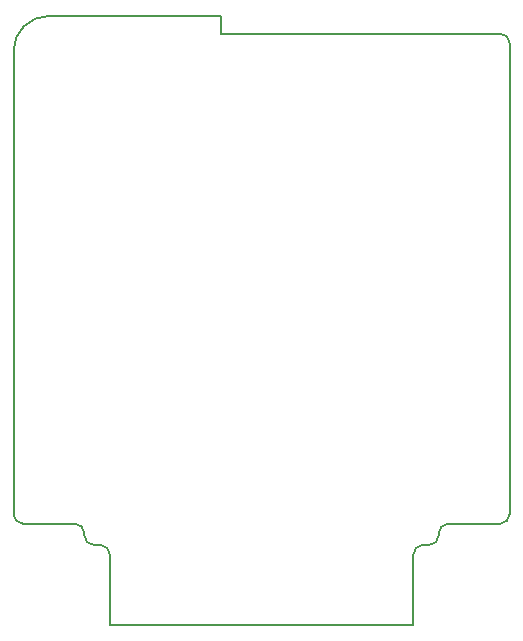
<source format=gm1>
G04*
G04 #@! TF.GenerationSoftware,Altium Limited,Altium Designer,19.1.7 (138)*
G04*
G04 Layer_Color=16711935*
%FSLAX44Y44*%
%MOMM*%
G71*
G01*
G75*
%ADD14C,0.1778*%
D14*
X-21500Y40500D02*
G03*
X-13500Y32500I8000J0D01*
G01*
X-21500Y42500D02*
G03*
X-29500Y50500I-8000J0D01*
G01*
X-81500Y58500D02*
G03*
X-73500Y50500I8000J0D01*
G01*
X-51500Y480500D02*
G03*
X-81500Y450500I0J-30000D01*
G01*
X338500Y457500D02*
G03*
X330500Y465500I-8000J0D01*
G01*
X330500Y50500D02*
G03*
X338500Y58500I0J8000D01*
G01*
X286500Y50500D02*
G03*
X278500Y42500I0J-8000D01*
G01*
X270500Y32500D02*
G03*
X278500Y40500I0J8000D01*
G01*
X265000Y32500D02*
G03*
X257000Y24500I0J-8000D01*
G01*
X0D02*
G03*
X-8000Y32500I-8000J0D01*
G01*
X-21500Y40500D02*
Y42500D01*
X-29500Y50500D02*
Y50500D01*
X-73500Y50500D02*
X-29500D01*
X-73500D02*
X-73500Y50500D01*
X-81500Y58500D02*
Y450500D01*
X-51500Y480500D02*
Y480500D01*
X94370D01*
Y465500D02*
Y480500D01*
Y465500D02*
X330500D01*
Y465500D01*
X338500Y457500D02*
X338500D01*
X338500D02*
X338500Y58500D01*
X338500Y58500D01*
X286500Y50500D02*
X330500D01*
X278500Y40500D02*
Y42500D01*
Y40500D02*
X278500Y40500D01*
X265000Y32500D02*
X270500D01*
X257000Y-35000D02*
Y24500D01*
X0Y-35000D02*
X257000Y-35000D01*
X0Y-35000D02*
Y24500D01*
X-13500Y32500D02*
X-8000D01*
M02*

</source>
